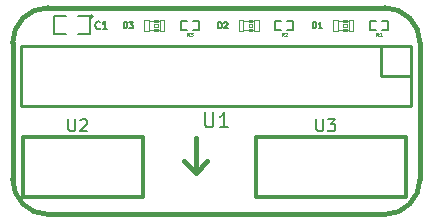
<source format=gto>
%FSLAX34Y34*%
G04 Gerber Fmt 3.4, Leading zero omitted, Abs format*
G04 (created by PCBNEW (2014-03-19 BZR 4756)-product) date Tue 03 Jun 2014 23:20:07 BST*
%MOIN*%
G01*
G70*
G90*
G04 APERTURE LIST*
%ADD10C,0.005906*%
%ADD11C,0.015000*%
%ADD12C,0.005000*%
%ADD13C,0.012000*%
%ADD14C,0.002600*%
%ADD15C,0.004000*%
%ADD16C,0.010000*%
%ADD17C,0.008000*%
%ADD18C,0.003000*%
G04 APERTURE END LIST*
G54D10*
G54D11*
X56535Y-39566D02*
X67756Y-39566D01*
X55354Y-45275D02*
X55354Y-40747D01*
X56535Y-46456D02*
X67756Y-46456D01*
X68937Y-45275D02*
X68937Y-40747D01*
X55354Y-45275D02*
G75*
G03X56535Y-46456I1181J0D01*
G74*
G01*
X56535Y-39566D02*
G75*
G03X55354Y-40747I0J-1181D01*
G74*
G01*
X67756Y-46456D02*
G75*
G03X68937Y-45275I0J1181D01*
G74*
G01*
X68937Y-40747D02*
G75*
G03X67756Y-39566I-1181J0D01*
G74*
G01*
X61457Y-45078D02*
X61850Y-44684D01*
X61457Y-45078D02*
X61063Y-44684D01*
X61457Y-43897D02*
X61457Y-45078D01*
G54D12*
X58023Y-39857D02*
G75*
G03X58023Y-39857I-50J0D01*
G74*
G01*
X57523Y-39857D02*
X57923Y-39857D01*
X57923Y-39857D02*
X57923Y-40457D01*
X57923Y-40457D02*
X57523Y-40457D01*
X57123Y-40457D02*
X56723Y-40457D01*
X56723Y-40457D02*
X56723Y-39857D01*
X56723Y-39857D02*
X57123Y-39857D01*
G54D13*
X59716Y-45881D02*
X55716Y-45881D01*
X55716Y-45881D02*
X55716Y-43881D01*
X55716Y-43881D02*
X59716Y-43881D01*
X59716Y-43881D02*
X59716Y-45881D01*
G54D12*
X67459Y-40007D02*
X67259Y-40007D01*
X67259Y-40007D02*
X67259Y-40307D01*
X67259Y-40307D02*
X67459Y-40307D01*
X67659Y-40007D02*
X67859Y-40007D01*
X67859Y-40007D02*
X67859Y-40307D01*
X67859Y-40307D02*
X67659Y-40307D01*
X64309Y-40007D02*
X64109Y-40007D01*
X64109Y-40007D02*
X64109Y-40307D01*
X64109Y-40307D02*
X64309Y-40307D01*
X64509Y-40007D02*
X64709Y-40007D01*
X64709Y-40007D02*
X64709Y-40307D01*
X64709Y-40307D02*
X64509Y-40307D01*
X61160Y-40007D02*
X60960Y-40007D01*
X60960Y-40007D02*
X60960Y-40307D01*
X60960Y-40307D02*
X61160Y-40307D01*
X61360Y-40007D02*
X61560Y-40007D01*
X61560Y-40007D02*
X61560Y-40307D01*
X61560Y-40307D02*
X61360Y-40307D01*
G54D14*
X66555Y-39980D02*
X66555Y-40334D01*
X66555Y-40334D02*
X66712Y-40334D01*
X66712Y-39980D02*
X66712Y-40334D01*
X66555Y-39980D02*
X66712Y-39980D01*
X66044Y-39980D02*
X66044Y-40334D01*
X66044Y-40334D02*
X66201Y-40334D01*
X66201Y-39980D02*
X66201Y-40334D01*
X66044Y-39980D02*
X66201Y-39980D01*
X66378Y-39980D02*
X66378Y-40039D01*
X66378Y-40039D02*
X66496Y-40039D01*
X66496Y-39980D02*
X66496Y-40039D01*
X66378Y-39980D02*
X66496Y-39980D01*
X66378Y-40275D02*
X66378Y-40334D01*
X66378Y-40334D02*
X66496Y-40334D01*
X66496Y-40275D02*
X66496Y-40334D01*
X66378Y-40275D02*
X66496Y-40275D01*
X66378Y-40098D02*
X66378Y-40216D01*
X66378Y-40216D02*
X66496Y-40216D01*
X66496Y-40098D02*
X66496Y-40216D01*
X66378Y-40098D02*
X66496Y-40098D01*
G54D15*
X66555Y-40000D02*
X66201Y-40000D01*
X66555Y-40314D02*
X66201Y-40314D01*
G54D14*
X63405Y-39980D02*
X63405Y-40334D01*
X63405Y-40334D02*
X63562Y-40334D01*
X63562Y-39980D02*
X63562Y-40334D01*
X63405Y-39980D02*
X63562Y-39980D01*
X62894Y-39980D02*
X62894Y-40334D01*
X62894Y-40334D02*
X63051Y-40334D01*
X63051Y-39980D02*
X63051Y-40334D01*
X62894Y-39980D02*
X63051Y-39980D01*
X63228Y-39980D02*
X63228Y-40039D01*
X63228Y-40039D02*
X63346Y-40039D01*
X63346Y-39980D02*
X63346Y-40039D01*
X63228Y-39980D02*
X63346Y-39980D01*
X63228Y-40275D02*
X63228Y-40334D01*
X63228Y-40334D02*
X63346Y-40334D01*
X63346Y-40275D02*
X63346Y-40334D01*
X63228Y-40275D02*
X63346Y-40275D01*
X63228Y-40098D02*
X63228Y-40216D01*
X63228Y-40216D02*
X63346Y-40216D01*
X63346Y-40098D02*
X63346Y-40216D01*
X63228Y-40098D02*
X63346Y-40098D01*
G54D15*
X63405Y-40000D02*
X63051Y-40000D01*
X63405Y-40314D02*
X63051Y-40314D01*
G54D14*
X60256Y-39980D02*
X60256Y-40334D01*
X60256Y-40334D02*
X60413Y-40334D01*
X60413Y-39980D02*
X60413Y-40334D01*
X60256Y-39980D02*
X60413Y-39980D01*
X59745Y-39980D02*
X59745Y-40334D01*
X59745Y-40334D02*
X59902Y-40334D01*
X59902Y-39980D02*
X59902Y-40334D01*
X59745Y-39980D02*
X59902Y-39980D01*
X60079Y-39980D02*
X60079Y-40039D01*
X60079Y-40039D02*
X60197Y-40039D01*
X60197Y-39980D02*
X60197Y-40039D01*
X60079Y-39980D02*
X60197Y-39980D01*
X60079Y-40275D02*
X60079Y-40334D01*
X60079Y-40334D02*
X60197Y-40334D01*
X60197Y-40275D02*
X60197Y-40334D01*
X60079Y-40275D02*
X60197Y-40275D01*
X60079Y-40098D02*
X60079Y-40216D01*
X60079Y-40216D02*
X60197Y-40216D01*
X60197Y-40098D02*
X60197Y-40216D01*
X60079Y-40098D02*
X60197Y-40098D01*
G54D15*
X60256Y-40000D02*
X59902Y-40000D01*
X60256Y-40314D02*
X59902Y-40314D01*
G54D16*
X68646Y-42830D02*
X55646Y-42830D01*
X67646Y-40830D02*
X55646Y-40830D01*
X55646Y-42830D02*
X55646Y-40830D01*
X68646Y-42830D02*
X68646Y-41830D01*
X68646Y-40830D02*
X67646Y-40830D01*
X68646Y-41830D02*
X67646Y-41830D01*
X67646Y-41830D02*
X67646Y-40830D01*
X68646Y-40830D02*
X68646Y-41830D01*
G54D13*
X68484Y-45881D02*
X63484Y-45881D01*
X63484Y-45881D02*
X63484Y-43881D01*
X63484Y-43881D02*
X68484Y-43881D01*
X68484Y-43881D02*
X68484Y-45881D01*
G54D12*
X58265Y-40246D02*
X58253Y-40258D01*
X58218Y-40270D01*
X58194Y-40270D01*
X58158Y-40258D01*
X58134Y-40234D01*
X58123Y-40210D01*
X58111Y-40163D01*
X58111Y-40127D01*
X58123Y-40079D01*
X58134Y-40055D01*
X58158Y-40032D01*
X58194Y-40020D01*
X58218Y-40020D01*
X58253Y-40032D01*
X58265Y-40043D01*
X58503Y-40270D02*
X58361Y-40270D01*
X58432Y-40270D02*
X58432Y-40020D01*
X58408Y-40055D01*
X58384Y-40079D01*
X58361Y-40091D01*
G54D17*
X57215Y-43284D02*
X57215Y-43608D01*
X57234Y-43646D01*
X57253Y-43665D01*
X57291Y-43684D01*
X57367Y-43684D01*
X57405Y-43665D01*
X57424Y-43646D01*
X57443Y-43608D01*
X57443Y-43284D01*
X57615Y-43322D02*
X57634Y-43303D01*
X57672Y-43284D01*
X57767Y-43284D01*
X57805Y-43303D01*
X57824Y-43322D01*
X57843Y-43360D01*
X57843Y-43398D01*
X57824Y-43455D01*
X57596Y-43684D01*
X57843Y-43684D01*
G54D18*
X67539Y-40511D02*
X67499Y-40454D01*
X67470Y-40511D02*
X67470Y-40391D01*
X67516Y-40391D01*
X67528Y-40397D01*
X67533Y-40402D01*
X67539Y-40414D01*
X67539Y-40431D01*
X67533Y-40442D01*
X67528Y-40448D01*
X67516Y-40454D01*
X67470Y-40454D01*
X67653Y-40511D02*
X67585Y-40511D01*
X67619Y-40511D02*
X67619Y-40391D01*
X67608Y-40408D01*
X67596Y-40419D01*
X67585Y-40425D01*
X64389Y-40511D02*
X64349Y-40454D01*
X64321Y-40511D02*
X64321Y-40391D01*
X64366Y-40391D01*
X64378Y-40397D01*
X64384Y-40402D01*
X64389Y-40414D01*
X64389Y-40431D01*
X64384Y-40442D01*
X64378Y-40448D01*
X64366Y-40454D01*
X64321Y-40454D01*
X64435Y-40402D02*
X64441Y-40397D01*
X64452Y-40391D01*
X64481Y-40391D01*
X64492Y-40397D01*
X64498Y-40402D01*
X64504Y-40414D01*
X64504Y-40425D01*
X64498Y-40442D01*
X64429Y-40511D01*
X64504Y-40511D01*
X61240Y-40511D02*
X61200Y-40454D01*
X61171Y-40511D02*
X61171Y-40391D01*
X61217Y-40391D01*
X61228Y-40397D01*
X61234Y-40402D01*
X61240Y-40414D01*
X61240Y-40431D01*
X61234Y-40442D01*
X61228Y-40448D01*
X61217Y-40454D01*
X61171Y-40454D01*
X61280Y-40391D02*
X61354Y-40391D01*
X61314Y-40437D01*
X61331Y-40437D01*
X61343Y-40442D01*
X61348Y-40448D01*
X61354Y-40459D01*
X61354Y-40488D01*
X61348Y-40499D01*
X61343Y-40505D01*
X61331Y-40511D01*
X61297Y-40511D01*
X61285Y-40505D01*
X61280Y-40499D01*
G54D12*
X65364Y-40247D02*
X65364Y-40047D01*
X65412Y-40047D01*
X65440Y-40057D01*
X65459Y-40076D01*
X65469Y-40095D01*
X65479Y-40133D01*
X65479Y-40161D01*
X65469Y-40199D01*
X65459Y-40218D01*
X65440Y-40238D01*
X65412Y-40247D01*
X65364Y-40247D01*
X65669Y-40247D02*
X65555Y-40247D01*
X65612Y-40247D02*
X65612Y-40047D01*
X65593Y-40076D01*
X65574Y-40095D01*
X65555Y-40104D01*
X62215Y-40247D02*
X62215Y-40047D01*
X62262Y-40047D01*
X62291Y-40057D01*
X62310Y-40076D01*
X62319Y-40095D01*
X62329Y-40133D01*
X62329Y-40161D01*
X62319Y-40199D01*
X62310Y-40218D01*
X62291Y-40238D01*
X62262Y-40247D01*
X62215Y-40247D01*
X62405Y-40066D02*
X62415Y-40057D01*
X62434Y-40047D01*
X62481Y-40047D01*
X62500Y-40057D01*
X62510Y-40066D01*
X62519Y-40085D01*
X62519Y-40104D01*
X62510Y-40133D01*
X62396Y-40247D01*
X62519Y-40247D01*
X59065Y-40247D02*
X59065Y-40047D01*
X59113Y-40047D01*
X59141Y-40057D01*
X59160Y-40076D01*
X59170Y-40095D01*
X59179Y-40133D01*
X59179Y-40161D01*
X59170Y-40199D01*
X59160Y-40218D01*
X59141Y-40238D01*
X59113Y-40247D01*
X59065Y-40247D01*
X59246Y-40047D02*
X59370Y-40047D01*
X59303Y-40123D01*
X59332Y-40123D01*
X59351Y-40133D01*
X59360Y-40142D01*
X59370Y-40161D01*
X59370Y-40209D01*
X59360Y-40228D01*
X59351Y-40238D01*
X59332Y-40247D01*
X59275Y-40247D01*
X59255Y-40238D01*
X59246Y-40228D01*
G54D17*
X61765Y-43056D02*
X61765Y-43461D01*
X61788Y-43508D01*
X61812Y-43532D01*
X61860Y-43556D01*
X61955Y-43556D01*
X62003Y-43532D01*
X62027Y-43508D01*
X62050Y-43461D01*
X62050Y-43056D01*
X62550Y-43556D02*
X62265Y-43556D01*
X62407Y-43556D02*
X62407Y-43056D01*
X62360Y-43127D01*
X62312Y-43175D01*
X62265Y-43199D01*
X65483Y-43284D02*
X65483Y-43608D01*
X65502Y-43646D01*
X65521Y-43665D01*
X65559Y-43684D01*
X65635Y-43684D01*
X65673Y-43665D01*
X65692Y-43646D01*
X65711Y-43608D01*
X65711Y-43284D01*
X65864Y-43284D02*
X66111Y-43284D01*
X65978Y-43436D01*
X66035Y-43436D01*
X66073Y-43455D01*
X66092Y-43474D01*
X66111Y-43513D01*
X66111Y-43608D01*
X66092Y-43646D01*
X66073Y-43665D01*
X66035Y-43684D01*
X65921Y-43684D01*
X65883Y-43665D01*
X65864Y-43646D01*
M02*

</source>
